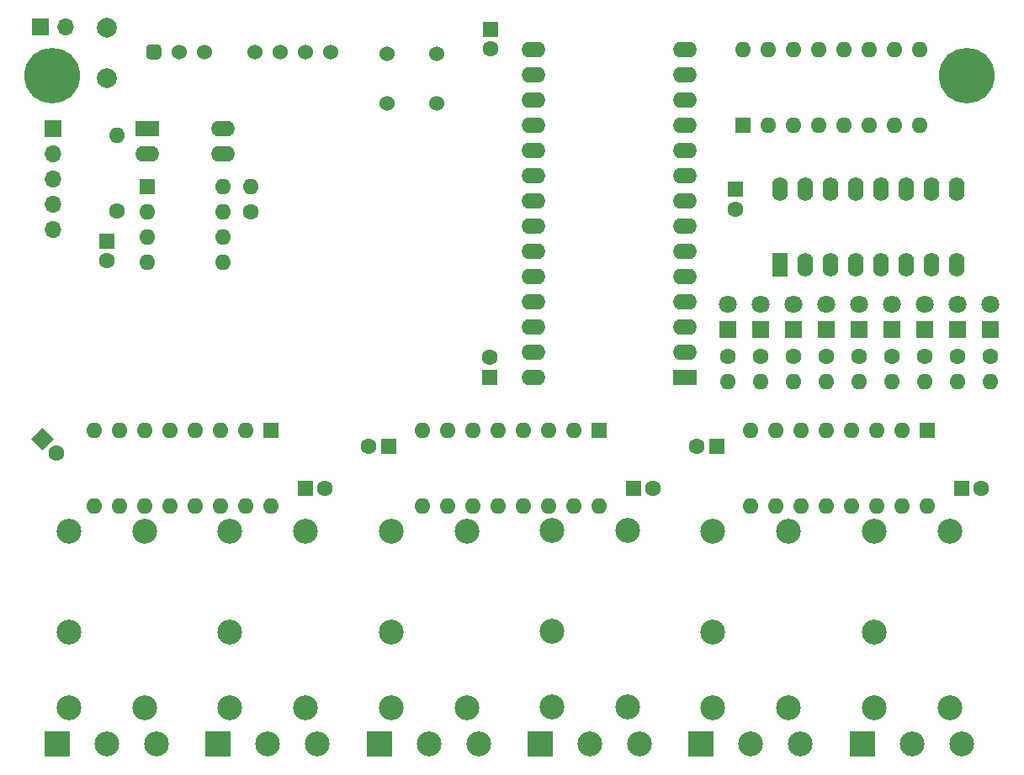
<source format=gbs>
G04 #@! TF.GenerationSoftware,KiCad,Pcbnew,5.1.10-88a1d61d58~90~ubuntu20.04.1*
G04 #@! TF.CreationDate,2022-11-07T14:46:06+00:00*
G04 #@! TF.ProjectId,ROM104,524f4d31-3034-42e6-9b69-6361645f7063,1.0*
G04 #@! TF.SameCoordinates,Original*
G04 #@! TF.FileFunction,Soldermask,Bot*
G04 #@! TF.FilePolarity,Negative*
%FSLAX46Y46*%
G04 Gerber Fmt 4.6, Leading zero omitted, Abs format (unit mm)*
G04 Created by KiCad (PCBNEW 5.1.10-88a1d61d58~90~ubuntu20.04.1) date 2022-11-07 14:46:06*
%MOMM*%
%LPD*%
G01*
G04 APERTURE LIST*
%ADD10C,2.500000*%
%ADD11R,2.500000X2.500000*%
%ADD12C,1.524000*%
%ADD13O,1.600000X1.600000*%
%ADD14C,1.600000*%
%ADD15C,1.800000*%
%ADD16R,1.800000X1.800000*%
%ADD17R,1.600000X1.600000*%
%ADD18C,0.100000*%
%ADD19O,2.400000X1.600000*%
%ADD20R,2.400000X1.600000*%
%ADD21O,1.600000X2.400000*%
%ADD22R,1.600000X2.400000*%
%ADD23C,5.600000*%
%ADD24C,3.600000*%
%ADD25O,1.700000X1.700000*%
%ADD26R,1.700000X1.700000*%
%ADD27C,2.000000*%
G04 APERTURE END LIST*
D10*
X58100000Y-90654000D03*
X65720000Y-90654000D03*
X58100000Y-83034000D03*
X58100000Y-72874000D03*
X65720000Y-72874000D03*
X114320000Y-72874000D03*
X106700000Y-72874000D03*
X106700000Y-83034000D03*
X114320000Y-90654000D03*
X106700000Y-90654000D03*
X115500000Y-94337000D03*
X110500000Y-94337000D03*
D11*
X105500000Y-94337000D03*
D10*
X99300000Y-94337000D03*
X94300000Y-94337000D03*
D11*
X89300000Y-94337000D03*
D10*
X83100000Y-94337000D03*
X78100000Y-94337000D03*
D11*
X73100000Y-94337000D03*
D10*
X66925000Y-94337000D03*
X61925000Y-94337000D03*
D11*
X56925000Y-94337000D03*
D10*
X50700000Y-94337000D03*
X45700000Y-94337000D03*
D11*
X40700000Y-94337000D03*
D10*
X34500000Y-94337000D03*
X29500000Y-94337000D03*
D11*
X24500000Y-94337000D03*
D10*
X90500000Y-90654000D03*
X98120000Y-90654000D03*
X90500000Y-83034000D03*
X90500000Y-72874000D03*
X98120000Y-72874000D03*
X74300000Y-90600000D03*
X81920000Y-90600000D03*
X74300000Y-82980000D03*
X74300000Y-72820000D03*
X81920000Y-72820000D03*
X41900000Y-90654000D03*
X49520000Y-90654000D03*
X41900000Y-83034000D03*
X41900000Y-72874000D03*
X49520000Y-72874000D03*
X25710000Y-90654000D03*
X33330000Y-90654000D03*
X25710000Y-83034000D03*
X25710000Y-72874000D03*
X33330000Y-72874000D03*
G36*
G01*
X33457000Y-24995000D02*
X33457000Y-24233000D01*
G75*
G02*
X33838000Y-23852000I381000J0D01*
G01*
X34600000Y-23852000D01*
G75*
G02*
X34981000Y-24233000I0J-381000D01*
G01*
X34981000Y-24995000D01*
G75*
G02*
X34600000Y-25376000I-381000J0D01*
G01*
X33838000Y-25376000D01*
G75*
G02*
X33457000Y-24995000I0J381000D01*
G01*
G37*
D12*
X36759000Y-24614000D03*
X39299000Y-24614000D03*
X44379000Y-24614000D03*
X46919000Y-24614000D03*
X49459000Y-24614000D03*
X51999000Y-24614000D03*
D13*
X118420000Y-57824500D03*
D14*
X118420000Y-55284500D03*
D13*
X115118000Y-57824500D03*
D14*
X115118000Y-55284500D03*
D13*
X111816000Y-57824500D03*
D14*
X111816000Y-55284500D03*
D13*
X108514000Y-57824500D03*
D14*
X108514000Y-55284500D03*
D13*
X105212000Y-57824500D03*
D14*
X105212000Y-55284500D03*
D13*
X101910000Y-57824500D03*
D14*
X101910000Y-55284500D03*
D13*
X98608000Y-57824500D03*
D14*
X98608000Y-55284500D03*
D13*
X95306000Y-57824500D03*
D14*
X95306000Y-55284500D03*
D13*
X92004000Y-57824500D03*
D14*
X92004000Y-55284500D03*
D13*
X43998000Y-38203000D03*
D14*
X43998000Y-40743000D03*
D15*
X118420000Y-50014000D03*
D16*
X118420000Y-52554000D03*
D14*
X68128000Y-24328000D03*
D17*
X68128000Y-22328000D03*
D12*
X62714000Y-24821000D03*
X57714000Y-24821000D03*
X62714000Y-29821000D03*
X57714000Y-29821000D03*
D14*
X68001000Y-55380000D03*
D17*
X68001000Y-57380000D03*
D14*
X29520000Y-45664000D03*
D17*
X29520000Y-43664000D03*
D14*
X117499000Y-68556000D03*
D17*
X115499000Y-68556000D03*
D14*
X88861000Y-64365000D03*
D17*
X90861000Y-64365000D03*
D14*
X84479000Y-68556000D03*
D17*
X82479000Y-68556000D03*
D14*
X55841000Y-64365000D03*
D17*
X57841000Y-64365000D03*
D14*
X92766000Y-40457000D03*
D17*
X92766000Y-38457000D03*
D14*
X24457214Y-65017214D03*
D18*
G36*
X21911629Y-63603000D02*
G01*
X23043000Y-62471629D01*
X24174371Y-63603000D01*
X23043000Y-64734371D01*
X21911629Y-63603000D01*
G37*
D14*
X51459000Y-68556000D03*
D17*
X49459000Y-68556000D03*
D19*
X72446000Y-57380000D03*
X87686000Y-24360000D03*
X72446000Y-54840000D03*
X87686000Y-26900000D03*
X72446000Y-52300000D03*
X87686000Y-29440000D03*
X72446000Y-49760000D03*
X87686000Y-31980000D03*
X72446000Y-47220000D03*
X87686000Y-34520000D03*
X72446000Y-44680000D03*
X87686000Y-37060000D03*
X72446000Y-42140000D03*
X87686000Y-39600000D03*
X72446000Y-39600000D03*
X87686000Y-42140000D03*
X72446000Y-37060000D03*
X87686000Y-44680000D03*
X72446000Y-34520000D03*
X87686000Y-47220000D03*
X72446000Y-31980000D03*
X87686000Y-49760000D03*
X72446000Y-29440000D03*
X87686000Y-52300000D03*
X72446000Y-26900000D03*
X87686000Y-54840000D03*
X72446000Y-24360000D03*
D20*
X87686000Y-57380000D03*
D13*
X93528000Y-24360000D03*
X111308000Y-31980000D03*
X96068000Y-24360000D03*
X108768000Y-31980000D03*
X98608000Y-24360000D03*
X106228000Y-31980000D03*
X101148000Y-24360000D03*
X103688000Y-31980000D03*
X103688000Y-24360000D03*
X101148000Y-31980000D03*
X106228000Y-24360000D03*
X98608000Y-31980000D03*
X108768000Y-24360000D03*
X96068000Y-31980000D03*
X111308000Y-24360000D03*
D17*
X93528000Y-31980000D03*
D15*
X115118000Y-50014000D03*
D16*
X115118000Y-52554000D03*
D15*
X111816000Y-50014000D03*
D16*
X111816000Y-52554000D03*
D13*
X112070000Y-70334000D03*
X94290000Y-62714000D03*
X109530000Y-70334000D03*
X96830000Y-62714000D03*
X106990000Y-70334000D03*
X99370000Y-62714000D03*
X104450000Y-70334000D03*
X101910000Y-62714000D03*
X101910000Y-70334000D03*
X104450000Y-62714000D03*
X99370000Y-70334000D03*
X106990000Y-62714000D03*
X96830000Y-70334000D03*
X109530000Y-62714000D03*
X94290000Y-70334000D03*
D17*
X112070000Y-62714000D03*
D13*
X79050000Y-70334000D03*
X61270000Y-62714000D03*
X76510000Y-70334000D03*
X63810000Y-62714000D03*
X73970000Y-70334000D03*
X66350000Y-62714000D03*
X71430000Y-70334000D03*
X68890000Y-62714000D03*
X68890000Y-70334000D03*
X71430000Y-62714000D03*
X66350000Y-70334000D03*
X73970000Y-62714000D03*
X63810000Y-70334000D03*
X76510000Y-62714000D03*
X61270000Y-70334000D03*
D17*
X79050000Y-62714000D03*
D21*
X97211000Y-38457000D03*
X114991000Y-46077000D03*
X99751000Y-38457000D03*
X112451000Y-46077000D03*
X102291000Y-38457000D03*
X109911000Y-46077000D03*
X104831000Y-38457000D03*
X107371000Y-46077000D03*
X107371000Y-38457000D03*
X104831000Y-46077000D03*
X109911000Y-38457000D03*
X102291000Y-46077000D03*
X112451000Y-38457000D03*
X99751000Y-46077000D03*
X114991000Y-38457000D03*
D22*
X97211000Y-46077000D03*
D15*
X108514000Y-50014000D03*
D16*
X108514000Y-52554000D03*
D15*
X105212000Y-50014000D03*
D16*
X105212000Y-52554000D03*
D19*
X41204000Y-32361000D03*
X33584000Y-34901000D03*
X41204000Y-34901000D03*
D20*
X33584000Y-32361000D03*
D23*
X24000000Y-27000000D03*
D24*
X24000000Y-27000000D03*
D23*
X116000000Y-27000000D03*
D24*
X116000000Y-27000000D03*
D13*
X46030000Y-70334000D03*
X28250000Y-62714000D03*
X43490000Y-70334000D03*
X30790000Y-62714000D03*
X40950000Y-70334000D03*
X33330000Y-62714000D03*
X38410000Y-70334000D03*
X35870000Y-62714000D03*
X35870000Y-70334000D03*
X38410000Y-62714000D03*
X33330000Y-70334000D03*
X40950000Y-62714000D03*
X30790000Y-70334000D03*
X43490000Y-62714000D03*
X28250000Y-70334000D03*
D17*
X46030000Y-62714000D03*
D15*
X101910000Y-50014000D03*
D16*
X101910000Y-52554000D03*
D15*
X98608000Y-50014000D03*
D16*
X98608000Y-52554000D03*
D15*
X95306000Y-50014000D03*
D16*
X95306000Y-52554000D03*
D15*
X92004000Y-50014000D03*
D16*
X92004000Y-52554000D03*
D13*
X41204000Y-38203000D03*
X33584000Y-45823000D03*
X41204000Y-40743000D03*
X33584000Y-43283000D03*
X41204000Y-43283000D03*
X33584000Y-40743000D03*
X41204000Y-45823000D03*
D17*
X33584000Y-38203000D03*
D25*
X24059000Y-42521000D03*
X24059000Y-39981000D03*
X24059000Y-37441000D03*
X24059000Y-34901000D03*
D26*
X24059000Y-32361000D03*
D13*
X30536000Y-32996000D03*
D14*
X30536000Y-40616000D03*
D25*
X25390000Y-22074000D03*
D26*
X22850000Y-22074000D03*
D27*
X29530000Y-22201000D03*
X29520000Y-27281000D03*
M02*

</source>
